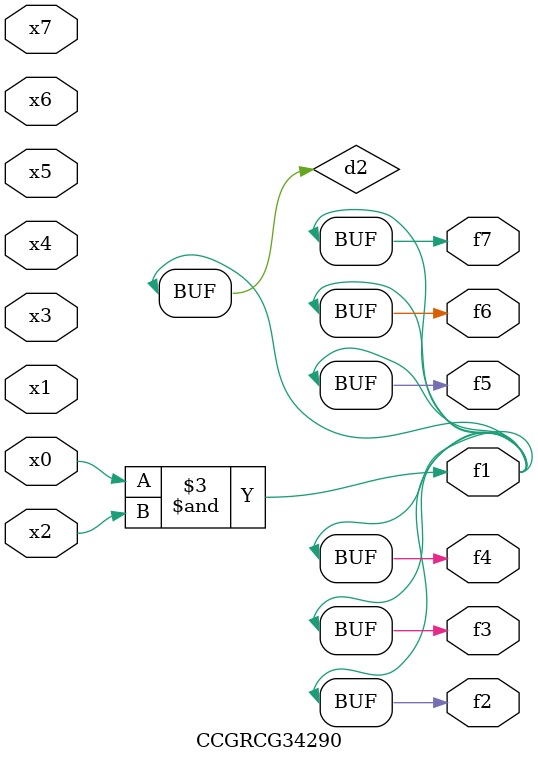
<source format=v>
module CCGRCG34290(
	input x0, x1, x2, x3, x4, x5, x6, x7,
	output f1, f2, f3, f4, f5, f6, f7
);

	wire d1, d2;

	nor (d1, x3, x6);
	and (d2, x0, x2);
	assign f1 = d2;
	assign f2 = d2;
	assign f3 = d2;
	assign f4 = d2;
	assign f5 = d2;
	assign f6 = d2;
	assign f7 = d2;
endmodule

</source>
